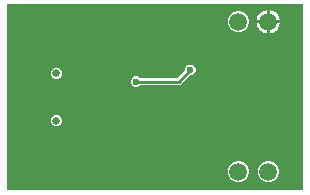
<source format=gbl>
G04*
G04 #@! TF.GenerationSoftware,Altium Limited,Altium Designer,21.2.0 (30)*
G04*
G04 Layer_Physical_Order=2*
G04 Layer_Color=16711680*
%FSLAX25Y25*%
%MOIN*%
G70*
G04*
G04 #@! TF.SameCoordinates,97C633C7-0035-430A-B59B-8A352E4D0A73*
G04*
G04*
G04 #@! TF.FilePolarity,Positive*
G04*
G01*
G75*
%ADD17C,0.05906*%
%ADD36C,0.01575*%
%ADD42C,0.01102*%
%ADD49C,0.02559*%
%ADD50C,0.04016*%
%ADD51C,0.02362*%
G36*
X98425Y-0D02*
X0D01*
Y62008D01*
X98425D01*
Y-0D01*
D02*
G37*
%LPC*%
G36*
X87528Y60213D02*
X87508D01*
Y56760D01*
X90961D01*
Y56780D01*
X90691Y57785D01*
X90171Y58687D01*
X89435Y59423D01*
X88534Y59943D01*
X87528Y60213D01*
D02*
G37*
G36*
X86508D02*
X86488D01*
X85482Y59943D01*
X84581Y59423D01*
X83845Y58687D01*
X83324Y57785D01*
X83055Y56780D01*
Y56760D01*
X86508D01*
Y60213D01*
D02*
G37*
G36*
X77474Y59803D02*
X76541D01*
X75640Y59562D01*
X74832Y59095D01*
X74173Y58435D01*
X73706Y57627D01*
X73465Y56726D01*
Y55793D01*
X73706Y54892D01*
X74173Y54084D01*
X74832Y53425D01*
X75640Y52958D01*
X76541Y52716D01*
X77474D01*
X78376Y52958D01*
X79184Y53425D01*
X79843Y54084D01*
X80310Y54892D01*
X80551Y55793D01*
Y56726D01*
X80310Y57627D01*
X79843Y58435D01*
X79184Y59095D01*
X78376Y59562D01*
X77474Y59803D01*
D02*
G37*
G36*
X90961Y55760D02*
X87508D01*
Y52307D01*
X87528D01*
X88534Y52576D01*
X89435Y53097D01*
X90171Y53833D01*
X90691Y54734D01*
X90961Y55739D01*
Y55760D01*
D02*
G37*
G36*
X86508D02*
X83055D01*
Y55739D01*
X83324Y54734D01*
X83845Y53833D01*
X84581Y53097D01*
X85482Y52576D01*
X86488Y52307D01*
X86508D01*
Y55760D01*
D02*
G37*
G36*
X61376Y41929D02*
X60671D01*
X60020Y41659D01*
X59522Y41161D01*
X59252Y40510D01*
Y40032D01*
X56604Y37385D01*
X44255D01*
X43917Y37722D01*
X43266Y37992D01*
X42561D01*
X41910Y37722D01*
X41412Y37224D01*
X41142Y36573D01*
Y35868D01*
X41412Y35217D01*
X41910Y34718D01*
X42561Y34449D01*
X43266D01*
X43917Y34718D01*
X44255Y35056D01*
X57087D01*
X57532Y35145D01*
X57910Y35397D01*
X60898Y38386D01*
X61376D01*
X62027Y38655D01*
X62525Y39154D01*
X62795Y39805D01*
Y40510D01*
X62525Y41161D01*
X62027Y41659D01*
X61376Y41929D01*
D02*
G37*
G36*
X16711Y40846D02*
X15967D01*
X15280Y40561D01*
X14754Y40035D01*
X14469Y39348D01*
Y38604D01*
X14754Y37917D01*
X15280Y37391D01*
X15967Y37106D01*
X16711D01*
X17398Y37391D01*
X17924Y37917D01*
X18209Y38604D01*
Y39348D01*
X17924Y40035D01*
X17398Y40561D01*
X16711Y40846D01*
D02*
G37*
G36*
Y25098D02*
X15967D01*
X15280Y24813D01*
X14754Y24287D01*
X14469Y23600D01*
Y22856D01*
X14754Y22169D01*
X15280Y21643D01*
X15967Y21358D01*
X16711D01*
X17398Y21643D01*
X17924Y22169D01*
X18209Y22856D01*
Y23600D01*
X17924Y24287D01*
X17398Y24813D01*
X16711Y25098D01*
D02*
G37*
G36*
X87474Y9803D02*
X86541D01*
X85640Y9562D01*
X84832Y9095D01*
X84172Y8435D01*
X83706Y7627D01*
X83465Y6726D01*
Y5793D01*
X83706Y4892D01*
X84172Y4084D01*
X84832Y3424D01*
X85640Y2958D01*
X86541Y2716D01*
X87474D01*
X88376Y2958D01*
X89183Y3424D01*
X89843Y4084D01*
X90310Y4892D01*
X90551Y5793D01*
Y6726D01*
X90310Y7627D01*
X89843Y8435D01*
X89183Y9095D01*
X88376Y9562D01*
X87474Y9803D01*
D02*
G37*
G36*
X77474D02*
X76541D01*
X75640Y9562D01*
X74832Y9095D01*
X74173Y8435D01*
X73706Y7627D01*
X73465Y6726D01*
Y5793D01*
X73706Y4892D01*
X74173Y4084D01*
X74832Y3424D01*
X75640Y2958D01*
X76541Y2716D01*
X77474D01*
X78376Y2958D01*
X79184Y3424D01*
X79843Y4084D01*
X80310Y4892D01*
X80551Y5793D01*
Y6726D01*
X80310Y7627D01*
X79843Y8435D01*
X79184Y9095D01*
X78376Y9562D01*
X77474Y9803D01*
D02*
G37*
%LPD*%
D17*
X77008Y56260D02*
D03*
X87008D02*
D03*
X77008Y6260D02*
D03*
X87008D02*
D03*
D36*
X47835Y48130D02*
D03*
Y43799D02*
D03*
X58071Y18504D02*
D03*
X45276Y51968D02*
D03*
X50754Y51982D02*
D03*
X47835Y51835D02*
D03*
X44541Y40674D02*
D03*
X47753Y40645D02*
D03*
X55118Y18504D02*
D03*
X52165D02*
D03*
D42*
X57087Y36220D02*
X61024Y40157D01*
X42913Y36220D02*
X57087D01*
D49*
X16339Y38976D02*
D03*
Y23228D02*
D03*
D50*
X77008Y56260D02*
D03*
X87008D02*
D03*
X77008Y6260D02*
D03*
X87008D02*
D03*
D51*
X61024Y40157D02*
D03*
X42913Y36220D02*
D03*
M02*

</source>
